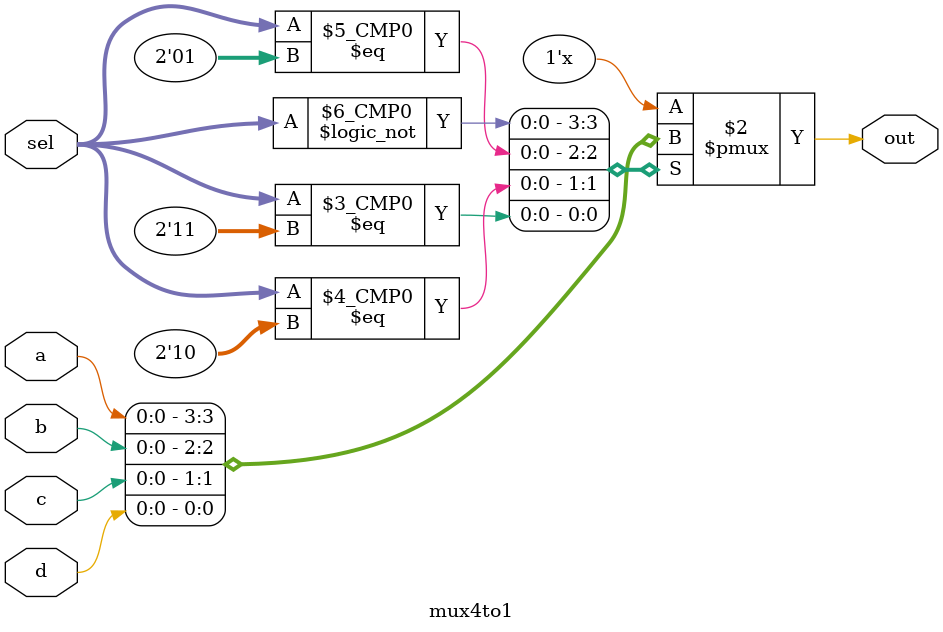
<source format=v>
module mux4to1(
    input a,
    input b,
    input c,
    input d,
    input [1:0] sel,
    output reg out
);
    always @(*) begin
        case(sel)
            2'b00 : out = a;
            2'b01 : out = b;
            2'b10 : out = c;
            2'b11 : out = d;
            default: out = 1'b0; 
        endcase    
    end
endmodule

</source>
